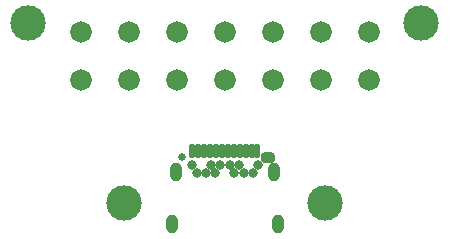
<source format=gbr>
%TF.GenerationSoftware,KiCad,Pcbnew,7.0.5*%
%TF.CreationDate,2024-02-15T12:52:28-05:00*%
%TF.ProjectId,SaberCord_Copy_Male,53616265-7243-46f7-9264-5f436f70795f,rev?*%
%TF.SameCoordinates,Original*%
%TF.FileFunction,Soldermask,Top*%
%TF.FilePolarity,Negative*%
%FSLAX46Y46*%
G04 Gerber Fmt 4.6, Leading zero omitted, Abs format (unit mm)*
G04 Created by KiCad (PCBNEW 7.0.5) date 2024-02-15 12:52:28*
%MOMM*%
%LPD*%
G01*
G04 APERTURE LIST*
G04 Aperture macros list*
%AMRoundRect*
0 Rectangle with rounded corners*
0 $1 Rounding radius*
0 $2 $3 $4 $5 $6 $7 $8 $9 X,Y pos of 4 corners*
0 Add a 4 corners polygon primitive as box body*
4,1,4,$2,$3,$4,$5,$6,$7,$8,$9,$2,$3,0*
0 Add four circle primitives for the rounded corners*
1,1,$1+$1,$2,$3*
1,1,$1+$1,$4,$5*
1,1,$1+$1,$6,$7*
1,1,$1+$1,$8,$9*
0 Add four rect primitives between the rounded corners*
20,1,$1+$1,$2,$3,$4,$5,0*
20,1,$1+$1,$4,$5,$6,$7,0*
20,1,$1+$1,$6,$7,$8,$9,0*
20,1,$1+$1,$8,$9,$2,$3,0*%
G04 Aperture macros list end*
%ADD10C,0.010000*%
%ADD11C,3.000000*%
%ADD12C,0.650000*%
%ADD13RoundRect,0.102000X-0.150000X-0.450000X0.150000X-0.450000X0.150000X0.450000X-0.150000X0.450000X0*%
%ADD14C,0.804000*%
%ADD15O,1.004000X1.604000*%
%ADD16C,1.828800*%
G04 APERTURE END LIST*
%TO.C,J2*%
D10*
X144107000Y-87916000D02*
X144129000Y-87917000D01*
X144151000Y-87920000D01*
X144173000Y-87924000D01*
X144195000Y-87929000D01*
X144216000Y-87936000D01*
X144237000Y-87943000D01*
X144258000Y-87952000D01*
X144278000Y-87961000D01*
X144297000Y-87972000D01*
X144316000Y-87984000D01*
X144335000Y-87996000D01*
X144352000Y-88010000D01*
X144369000Y-88024000D01*
X144386000Y-88039000D01*
X144401000Y-88056000D01*
X144415000Y-88073000D01*
X144429000Y-88090000D01*
X144441000Y-88109000D01*
X144453000Y-88127000D01*
X144464000Y-88147000D01*
X144473000Y-88167000D01*
X144482000Y-88188000D01*
X144489000Y-88209000D01*
X144496000Y-88230000D01*
X144501000Y-88252000D01*
X144505000Y-88274000D01*
X144508000Y-88296000D01*
X144509000Y-88318000D01*
X144510000Y-88340000D01*
X144509000Y-88362000D01*
X144508000Y-88384000D01*
X144505000Y-88406000D01*
X144501000Y-88428000D01*
X144496000Y-88450000D01*
X144489000Y-88471000D01*
X144482000Y-88492000D01*
X144473000Y-88513000D01*
X144464000Y-88533000D01*
X144453000Y-88552000D01*
X144441000Y-88571000D01*
X144429000Y-88590000D01*
X144415000Y-88607000D01*
X144401000Y-88624000D01*
X144386000Y-88641000D01*
X144369000Y-88656000D01*
X144352000Y-88670000D01*
X144335000Y-88684000D01*
X144316000Y-88696000D01*
X144297000Y-88708000D01*
X144278000Y-88719000D01*
X144258000Y-88728000D01*
X144237000Y-88737000D01*
X144216000Y-88744000D01*
X144195000Y-88751000D01*
X144173000Y-88756000D01*
X144151000Y-88760000D01*
X144129000Y-88763000D01*
X144107000Y-88764000D01*
X144085000Y-88765000D01*
X143785000Y-88765000D01*
X143763000Y-88764000D01*
X143741000Y-88763000D01*
X143719000Y-88760000D01*
X143697000Y-88756000D01*
X143675000Y-88751000D01*
X143654000Y-88744000D01*
X143633000Y-88737000D01*
X143612000Y-88728000D01*
X143592000Y-88719000D01*
X143572000Y-88708000D01*
X143554000Y-88696000D01*
X143535000Y-88684000D01*
X143518000Y-88670000D01*
X143501000Y-88656000D01*
X143484000Y-88641000D01*
X143469000Y-88624000D01*
X143455000Y-88607000D01*
X143441000Y-88590000D01*
X143429000Y-88571000D01*
X143417000Y-88552000D01*
X143406000Y-88533000D01*
X143397000Y-88513000D01*
X143388000Y-88492000D01*
X143381000Y-88471000D01*
X143374000Y-88450000D01*
X143369000Y-88428000D01*
X143365000Y-88406000D01*
X143362000Y-88384000D01*
X143361000Y-88362000D01*
X143360000Y-88340000D01*
X143361000Y-88318000D01*
X143362000Y-88296000D01*
X143365000Y-88274000D01*
X143369000Y-88252000D01*
X143374000Y-88230000D01*
X143381000Y-88209000D01*
X143388000Y-88188000D01*
X143397000Y-88167000D01*
X143406000Y-88147000D01*
X143417000Y-88127000D01*
X143429000Y-88109000D01*
X143441000Y-88090000D01*
X143455000Y-88073000D01*
X143469000Y-88056000D01*
X143484000Y-88039000D01*
X143501000Y-88024000D01*
X143518000Y-88010000D01*
X143535000Y-87996000D01*
X143554000Y-87984000D01*
X143572000Y-87972000D01*
X143592000Y-87961000D01*
X143612000Y-87952000D01*
X143633000Y-87943000D01*
X143654000Y-87936000D01*
X143675000Y-87929000D01*
X143697000Y-87924000D01*
X143719000Y-87920000D01*
X143741000Y-87917000D01*
X143763000Y-87916000D01*
X143785000Y-87915000D01*
X144085000Y-87915000D01*
X144107000Y-87916000D01*
G36*
X144107000Y-87916000D02*
G01*
X144129000Y-87917000D01*
X144151000Y-87920000D01*
X144173000Y-87924000D01*
X144195000Y-87929000D01*
X144216000Y-87936000D01*
X144237000Y-87943000D01*
X144258000Y-87952000D01*
X144278000Y-87961000D01*
X144297000Y-87972000D01*
X144316000Y-87984000D01*
X144335000Y-87996000D01*
X144352000Y-88010000D01*
X144369000Y-88024000D01*
X144386000Y-88039000D01*
X144401000Y-88056000D01*
X144415000Y-88073000D01*
X144429000Y-88090000D01*
X144441000Y-88109000D01*
X144453000Y-88127000D01*
X144464000Y-88147000D01*
X144473000Y-88167000D01*
X144482000Y-88188000D01*
X144489000Y-88209000D01*
X144496000Y-88230000D01*
X144501000Y-88252000D01*
X144505000Y-88274000D01*
X144508000Y-88296000D01*
X144509000Y-88318000D01*
X144510000Y-88340000D01*
X144509000Y-88362000D01*
X144508000Y-88384000D01*
X144505000Y-88406000D01*
X144501000Y-88428000D01*
X144496000Y-88450000D01*
X144489000Y-88471000D01*
X144482000Y-88492000D01*
X144473000Y-88513000D01*
X144464000Y-88533000D01*
X144453000Y-88552000D01*
X144441000Y-88571000D01*
X144429000Y-88590000D01*
X144415000Y-88607000D01*
X144401000Y-88624000D01*
X144386000Y-88641000D01*
X144369000Y-88656000D01*
X144352000Y-88670000D01*
X144335000Y-88684000D01*
X144316000Y-88696000D01*
X144297000Y-88708000D01*
X144278000Y-88719000D01*
X144258000Y-88728000D01*
X144237000Y-88737000D01*
X144216000Y-88744000D01*
X144195000Y-88751000D01*
X144173000Y-88756000D01*
X144151000Y-88760000D01*
X144129000Y-88763000D01*
X144107000Y-88764000D01*
X144085000Y-88765000D01*
X143785000Y-88765000D01*
X143763000Y-88764000D01*
X143741000Y-88763000D01*
X143719000Y-88760000D01*
X143697000Y-88756000D01*
X143675000Y-88751000D01*
X143654000Y-88744000D01*
X143633000Y-88737000D01*
X143612000Y-88728000D01*
X143592000Y-88719000D01*
X143572000Y-88708000D01*
X143554000Y-88696000D01*
X143535000Y-88684000D01*
X143518000Y-88670000D01*
X143501000Y-88656000D01*
X143484000Y-88641000D01*
X143469000Y-88624000D01*
X143455000Y-88607000D01*
X143441000Y-88590000D01*
X143429000Y-88571000D01*
X143417000Y-88552000D01*
X143406000Y-88533000D01*
X143397000Y-88513000D01*
X143388000Y-88492000D01*
X143381000Y-88471000D01*
X143374000Y-88450000D01*
X143369000Y-88428000D01*
X143365000Y-88406000D01*
X143362000Y-88384000D01*
X143361000Y-88362000D01*
X143360000Y-88340000D01*
X143361000Y-88318000D01*
X143362000Y-88296000D01*
X143365000Y-88274000D01*
X143369000Y-88252000D01*
X143374000Y-88230000D01*
X143381000Y-88209000D01*
X143388000Y-88188000D01*
X143397000Y-88167000D01*
X143406000Y-88147000D01*
X143417000Y-88127000D01*
X143429000Y-88109000D01*
X143441000Y-88090000D01*
X143455000Y-88073000D01*
X143469000Y-88056000D01*
X143484000Y-88039000D01*
X143501000Y-88024000D01*
X143518000Y-88010000D01*
X143535000Y-87996000D01*
X143554000Y-87984000D01*
X143572000Y-87972000D01*
X143592000Y-87961000D01*
X143612000Y-87952000D01*
X143633000Y-87943000D01*
X143654000Y-87936000D01*
X143675000Y-87929000D01*
X143697000Y-87924000D01*
X143719000Y-87920000D01*
X143741000Y-87917000D01*
X143763000Y-87916000D01*
X143785000Y-87915000D01*
X144085000Y-87915000D01*
X144107000Y-87916000D01*
G37*
%TD*%
D11*
%TO.C,H1*%
X123698000Y-76962000D03*
%TD*%
D12*
%TO.C,J2*%
X136735000Y-88340000D03*
X143935000Y-88340000D03*
D13*
X137585000Y-87780000D03*
X138085000Y-87780000D03*
X138585000Y-87780000D03*
X139085000Y-87780000D03*
X139585000Y-87780000D03*
X140085000Y-87780000D03*
X140585000Y-87780000D03*
X141085000Y-87780000D03*
X141585000Y-87780000D03*
X142085000Y-87780000D03*
X142585000Y-87780000D03*
X143085000Y-87780000D03*
D14*
X143135000Y-88990000D03*
X142735000Y-89690000D03*
X141935000Y-89690000D03*
X141535000Y-88990000D03*
X141135000Y-89690000D03*
X140735000Y-88990000D03*
X139935000Y-88990000D03*
X139535000Y-89690000D03*
X139135000Y-88990000D03*
X138735000Y-89690000D03*
X137935000Y-89690000D03*
X137535000Y-88990000D03*
D15*
X136205000Y-89580000D03*
X144465000Y-89580000D03*
X135845000Y-93980000D03*
X144825000Y-93980000D03*
%TD*%
D11*
%TO.C,H4*%
X148844000Y-92202000D03*
%TD*%
%TO.C,H3*%
X131826000Y-92202000D03*
%TD*%
%TO.C,H2*%
X156972000Y-76962000D03*
%TD*%
D16*
%TO.C,J1*%
X128143000Y-77724000D03*
X132207000Y-77724000D03*
X136271000Y-77724000D03*
X140335000Y-77724000D03*
X144399000Y-77724000D03*
X148463000Y-77724000D03*
X152527000Y-77724000D03*
X128143000Y-81788000D03*
X132207000Y-81788000D03*
X136271000Y-81788000D03*
X140335000Y-81788000D03*
X144399000Y-81788000D03*
X148463000Y-81788000D03*
X152527000Y-81788000D03*
%TD*%
M02*

</source>
